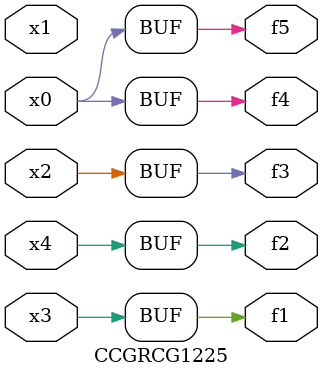
<source format=v>
module CCGRCG1225(
	input x0, x1, x2, x3, x4,
	output f1, f2, f3, f4, f5
);
	assign f1 = x3;
	assign f2 = x4;
	assign f3 = x2;
	assign f4 = x0;
	assign f5 = x0;
endmodule

</source>
